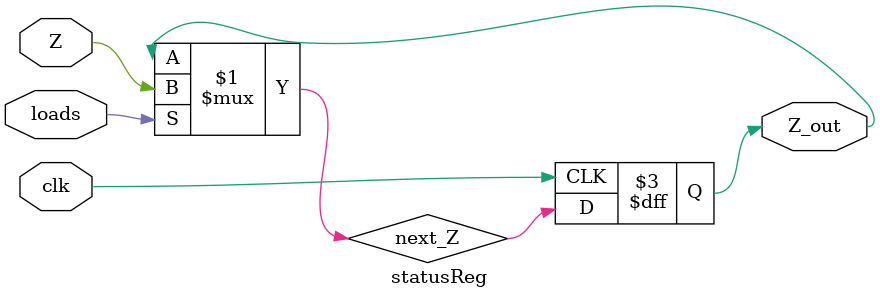
<source format=v>
module datapath(clk, readnum, vsel, loada, loadb, shift, asel, bsel, ALUop, loadc, loads, writenum, write, datapath_in, Z_out, datapath_out);
	input clk, vsel, loada, loadb, asel, bsel, loadc, loads, write;
	input [2:0] readnum, writenum;
	input [1:0] shift, ALUop;
	input [15:0] datapath_in;
	output Z_out;
	output [15:0] datapath_out;
	
	// Wire declarations between modules.
	wire [15:0] data_out_reg, data_to_regfile, data_to_shifter, data_to_operandsA, data_to_operandsB;
	wire [15:0] data_to_ALUA, data_to_ALUB, data_to_c, data_back, datapath_out;
	wire Z;
	
	// Datapath through the register file.
	regfile REGFILE(data_to_regfile, writenum, write, readnum, clk, data_out_reg);
	
	// Datapath from register file to pipeline register A. Output straight to operandMux.
	// Other datapath to pipeline register B. Outputs to a shifter first before to operandMux.
	pipelineRegs Aregs(data_out_reg, loada, clk, data_to_operandsA);
	pipelineRegs Bregs(data_out_reg, loadb, clk, data_to_shifter);
	
	// Datapath through a shifter. Outputs data to operandMux.
	shifter SHIFT(data_to_shifter, shift, data_to_operandsB);
	
	// Datapath through the 2 operandMux.
	operandMux Amux(data_to_operandsA, 16'b0, asel, data_to_ALUA);
	operandMux Bmux(data_to_operandsB, {11'b0, datapath_in[4:0]}, bsel, data_to_ALUB);
	
	// Datapath through ALU. Z output to statusreg and data_to_c to register C.
	ALU compute(data_to_ALUA, data_to_ALUB, ALUop, data_to_c, Z);
	
	// Datapath through statusreg and outputs the 1-bit z_out.
	statusReg status(Z, clk, loads, Z_out);
	
	// Datapath through register C and output to both out and back to writebackMux.
	pipelineRegs C(data_to_c, loadc, clk, data_back);
	
	// Output datapath_out gets same value as the data being written back.
	assign datapath_out = data_back;
	
	// Datapath back to the writebackMux.
	writebackMux writeback(datapath_in, data_back, vsel, data_to_regfile);
	
endmodule
	

// This module is the writeback multiplexer
module writebackMux(datapath_in, datapath_back, vsel, data_out);
	input vsel;
	input [15:0] datapath_in, datapath_back;
	output [15:0] data_out;
	
	reg [15:0] data_out;
	
	// Depending on vsel, the output will either be the output of ALU fed back 
	// from register C or it will be an outside input.
	always @* begin
		case (vsel)
			0: data_out = datapath_back;
			1: data_out = datapath_in;
			default: data_out = 16'bx;
		endcase
	end
endmodule

//This module is for the load_enabled pipeline registers.
//Code from slide 7 of lab5 examples slideset.
module pipelineRegs(data_in, load, clk, data_out);
	input [15:0] data_in;
	input load, clk;
	output [15:0] data_out;
	
	reg [15:0] data_out;
	wire [15:0] next_out;
	
	assign next_out = load ? data_in : data_out;		//Depending on the load, the output to operandMux will either be same or updated
	
	//On the rising edge of clk update the data_out to appropriate value based on load.
	always @(posedge clk) 
		data_out <= next_out;
endmodule
	
//This module is for the source operand MUX which will allow more complex operations other than
//addition and subtraction.
module operandMux(data_in, alternate_data, sel, out);
	input [15:0] data_in, alternate_data;
	input sel;
	output [15:0] out;
	
	reg [15:0] out;
	
	//Determines which data set to output to ALU.
	always @* begin
		case (sel)
			0: out = data_in;
			1: out = alternate_data;
			default: out = 16'bx;
		endcase
	end
endmodule

//This module is for the status register, which is load-enabled.
module statusReg(Z, clk, loads, Z_out);
		input Z, loads, clk;
		output Z_out;
		
		reg Z_out;
		wire next_Z;
		
		assign next_Z = loads ? Z : Z_out;			//Determines the next output based on loads
		
		//Update the output at the rising edge of clk.
		always @(posedge clk) 
			Z_out <= next_Z;
endmodule
</source>
